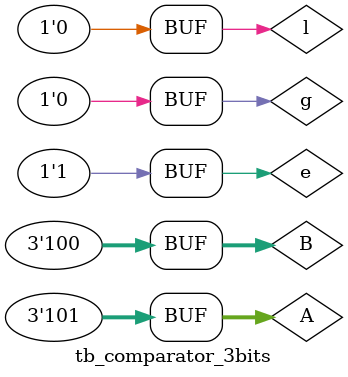
<source format=v>
`timescale 1ns / 1ps


module tb_comparator_3bits;

	// Inputs
	reg [2:0] A;
	reg [2:0] B;
	reg l;
	reg e;
	reg g;

	// Outputs	
	wire lt;
	wire et;
	wire gt;

	// Instantiate the Unit Under Test (UUT)
	comparator_3bits uut (
		.A(A), 
		.B(B), 
		.l(l), 
		.e(e), 
		.g(g), 
		.lt(lt), 
		.et(et), 
		.gt(gt)
	);

	initial begin
		// Initialize Inputs
		A = 0;
		B = 0;
		l = 1'b0;
		e = 1'b1;
		g = 1'b0;		

		// Wait 100 ns for global reset to finish		
		A = 3'b000;
		B = 3'b000;
		#100;
		
		A = 3'b001;
		B = 3'b000;
		#100;
		
		A = 3'b010;
		B = 3'b010;
		#100;
		
		A = 3'b100;
		B = 3'b010;
		#100;
		
		A = 3'b100;
		B = 3'b110;
		#100;
		
		A = 3'b001;
		B = 3'b110;
		#100;
		
		A = 3'b101;
		B = 3'b100;
		#100;

	end
      
endmodule


</source>
